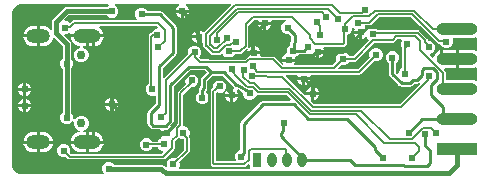
<source format=gbl>
G04*
G04 #@! TF.GenerationSoftware,Altium Limited,Altium Designer,22.1.2 (22)*
G04*
G04 Layer_Physical_Order=2*
G04 Layer_Color=16711680*
%FSLAX25Y25*%
%MOIN*%
G70*
G04*
G04 #@! TF.SameCoordinates,32997ABC-C250-4A50-851A-9512557143E5*
G04*
G04*
G04 #@! TF.FilePolarity,Positive*
G04*
G01*
G75*
%ADD13C,0.00600*%
%ADD34O,0.13780X0.04016*%
%ADD35R,0.13780X0.04016*%
%ADD64C,0.01000*%
%ADD66C,0.01500*%
%ADD67O,0.03150X0.04724*%
%ADD68R,0.03150X0.04724*%
%ADD69O,0.09055X0.04724*%
%ADD70O,0.07874X0.04724*%
%ADD71C,0.02953*%
%ADD72C,0.02400*%
%ADD73C,0.00600*%
G36*
X5000Y57934D02*
X33320D01*
X33419Y57434D01*
X33254Y57365D01*
X32765Y56876D01*
X19500D01*
X19500Y56876D01*
X18973Y56772D01*
X18527Y56473D01*
X15027Y52973D01*
X14728Y52527D01*
X14624Y52000D01*
Y49537D01*
X14124Y49367D01*
X13913Y49642D01*
X13210Y50181D01*
X12393Y50520D01*
X11515Y50635D01*
X10440D01*
Y47244D01*
Y43853D01*
X11515D01*
X12393Y43968D01*
X13210Y44307D01*
X13913Y44846D01*
X14452Y45548D01*
X14791Y46366D01*
X14822Y46604D01*
X15350Y46783D01*
X18124Y44009D01*
Y39735D01*
X17635Y39246D01*
X17300Y38438D01*
Y37562D01*
X17635Y36754D01*
X18124Y36265D01*
Y21735D01*
X17635Y21246D01*
X17300Y20438D01*
Y19562D01*
X17635Y18754D01*
X18254Y18135D01*
X19062Y17800D01*
X19938D01*
X20746Y18135D01*
X21365Y18754D01*
X21372Y18771D01*
X21834Y18642D01*
Y17657D01*
X22211Y16746D01*
X22908Y16050D01*
X23818Y15673D01*
X23854D01*
X23886Y15173D01*
X23236Y15087D01*
X22418Y14748D01*
X21715Y14209D01*
X21177Y13507D01*
X20838Y12689D01*
X20788Y12311D01*
X25779D01*
Y15203D01*
X24875D01*
X24803Y15673D01*
X25713Y16050D01*
X26410Y16746D01*
X26787Y17657D01*
Y18642D01*
X26410Y19552D01*
X25713Y20248D01*
X24803Y20626D01*
X23818D01*
X22908Y20248D01*
X22211Y19552D01*
X22162Y19433D01*
X21700Y19562D01*
Y20438D01*
X21365Y21246D01*
X20876Y21735D01*
Y36265D01*
X21365Y36754D01*
X21700Y37562D01*
Y38438D01*
X21365Y39246D01*
X20876Y39735D01*
Y44579D01*
X20877Y44579D01*
X20772Y45106D01*
X20473Y45553D01*
X18682Y47344D01*
X18889Y47844D01*
X19438D01*
X20246Y48179D01*
X20376Y48309D01*
X20692Y48181D01*
X20829Y48055D01*
X20788Y47745D01*
X26279D01*
X31769D01*
X31720Y48122D01*
X31381Y48940D01*
X30842Y49643D01*
X30269Y50082D01*
X30428Y50582D01*
X49483D01*
X49895Y50170D01*
X49688Y49670D01*
X49241D01*
X48432Y49336D01*
X47814Y48717D01*
X47643Y48305D01*
X47394Y48139D01*
X47210Y47971D01*
X47210Y47971D01*
X47043Y47787D01*
X46844Y47490D01*
X46774Y47139D01*
Y31394D01*
X46754Y31386D01*
X46135Y30767D01*
X45800Y29958D01*
Y29083D01*
X46135Y28275D01*
X46754Y27656D01*
X47562Y27321D01*
X48438D01*
X48769Y27458D01*
X49269Y27124D01*
Y26849D01*
X49264Y26842D01*
X49178Y26413D01*
X49178Y26413D01*
Y24765D01*
X46707Y22293D01*
X46464Y21929D01*
X46378Y21500D01*
X46378Y21500D01*
Y18279D01*
X46378Y18279D01*
X46464Y17850D01*
X46707Y17486D01*
X47586Y16607D01*
X47586Y16607D01*
X47949Y16364D01*
X48379Y16278D01*
X48379Y16278D01*
X50607D01*
X50941Y15778D01*
X50826Y15500D01*
X53000D01*
Y14500D01*
X50826D01*
X51135Y13754D01*
X50991Y13191D01*
X50669Y13057D01*
X50050Y12438D01*
X49874Y12014D01*
X47961D01*
X47865Y12246D01*
X47246Y12865D01*
X46438Y13200D01*
X45562D01*
X44754Y12865D01*
X44135Y12246D01*
X43800Y11438D01*
Y10562D01*
X44135Y9754D01*
X44754Y9135D01*
X45562Y8800D01*
X46438D01*
X47246Y9135D01*
X47865Y9754D01*
X48041Y10178D01*
X49953D01*
X50050Y9946D01*
X50669Y9327D01*
X51477Y8992D01*
X51541D01*
X51732Y8530D01*
X51120Y7918D01*
X20901D01*
X20590Y8298D01*
X20700Y8562D01*
Y9438D01*
X20365Y10246D01*
X19746Y10865D01*
X18938Y11200D01*
X18062D01*
X17254Y10865D01*
X16635Y10246D01*
X16300Y9438D01*
Y8562D01*
X16635Y7754D01*
X17254Y7135D01*
X18062Y6800D01*
X18938D01*
X19266Y6936D01*
X19851Y6351D01*
X20149Y6152D01*
X20500Y6082D01*
X51500D01*
X51851Y6152D01*
X52149Y6351D01*
X55149Y9351D01*
X55348Y9649D01*
X55418Y10000D01*
Y12050D01*
X56728Y13361D01*
X56954Y13135D01*
X57762Y12800D01*
X58582D01*
Y9380D01*
X55766Y6564D01*
X55438Y6700D01*
X54562D01*
X53754Y6365D01*
X53135Y5746D01*
X52800Y4938D01*
Y4062D01*
X52947Y3706D01*
X52524Y3423D01*
X51973Y3973D01*
X51527Y4272D01*
X51000Y4376D01*
X35235D01*
X34746Y4865D01*
X33938Y5200D01*
X33062D01*
X32254Y4865D01*
X31635Y4246D01*
X31300Y3438D01*
Y2562D01*
X31635Y1754D01*
X31767Y1622D01*
X31560Y1122D01*
X5000D01*
X4986Y1119D01*
X3995Y1249D01*
X3058Y1637D01*
X2254Y2254D01*
X1637Y3058D01*
X1249Y3995D01*
X1119Y4986D01*
X1122Y5000D01*
Y54055D01*
X1119Y54070D01*
X1249Y55060D01*
X1637Y55997D01*
X2254Y56801D01*
X3058Y57418D01*
X3995Y57806D01*
X4986Y57936D01*
X5000Y57934D01*
D02*
G37*
G36*
X74280Y57472D02*
X65252Y48444D01*
X65057Y48425D01*
X64647Y48834D01*
X63901Y49143D01*
Y46969D01*
Y44795D01*
X64483Y45036D01*
X64983Y44787D01*
Y44056D01*
X65017Y43889D01*
X65053Y43705D01*
X65053Y43705D01*
X65053Y43705D01*
X65128Y43592D01*
X65252Y43407D01*
X65428Y43231D01*
X65428Y43231D01*
X65428Y43231D01*
X67420Y41239D01*
X67717Y41041D01*
X68068Y40971D01*
X70218D01*
X70570Y41041D01*
X70867Y41239D01*
X71008Y41380D01*
X71499Y41283D01*
X71635Y40954D01*
X72254Y40335D01*
X73062Y40000D01*
X73938D01*
X74746Y40335D01*
X75365Y40954D01*
X75501Y41282D01*
X77349D01*
X77700Y41352D01*
X77998Y41551D01*
X79501Y43054D01*
X79925Y42771D01*
X79685Y42193D01*
X81359D01*
Y43867D01*
X80613Y43558D01*
X80320Y43264D01*
X79931Y43583D01*
X79933Y43585D01*
X80002Y43936D01*
Y50705D01*
X81980Y52682D01*
X83158D01*
X83436Y52267D01*
X83326Y52000D01*
X87674D01*
X87564Y52267D01*
X87841Y52682D01*
X92595D01*
X92638Y52200D01*
X91829Y51865D01*
X91210Y51246D01*
X90875Y50438D01*
Y49562D01*
X91210Y48754D01*
X91829Y48135D01*
X92638Y47800D01*
X93513D01*
X93638Y47852D01*
X94343Y47146D01*
Y45860D01*
X94312Y45829D01*
X94069Y45465D01*
X93984Y45036D01*
X93984Y45036D01*
Y44296D01*
X93754Y44201D01*
X93135Y43582D01*
X92800Y42774D01*
Y41898D01*
X92997Y41422D01*
X92222Y41100D01*
X91603Y40482D01*
X91294Y39735D01*
X95642D01*
X95471Y40150D01*
X96246Y40471D01*
X96865Y41090D01*
X96917Y41214D01*
X98457D01*
X98457Y41214D01*
X98886Y41300D01*
X99145Y41473D01*
X99562Y41300D01*
X100438D01*
X100933Y41505D01*
X101217Y40819D01*
X101836Y40200D01*
X102583Y39891D01*
Y42066D01*
X103083D01*
Y42566D01*
X105257D01*
X105043Y43082D01*
X105330Y43582D01*
X111500D01*
X111851Y43652D01*
X112149Y43851D01*
X112649Y44351D01*
X112848Y44649D01*
X112918Y45000D01*
Y47618D01*
X113450Y47839D01*
X114069Y48458D01*
X114404Y49266D01*
Y49885D01*
X114904Y50092D01*
X115197Y49800D01*
X115655Y49610D01*
X115383Y48953D01*
X117557D01*
Y48453D01*
X118057D01*
Y46279D01*
X118803Y46588D01*
X119057Y46841D01*
X119548Y46744D01*
X119557Y46721D01*
X120038Y46240D01*
X120127Y45622D01*
X115058Y40553D01*
X113555D01*
X113419Y40881D01*
X112800Y41500D01*
X111992Y41835D01*
X111116D01*
X110308Y41500D01*
X109689Y40881D01*
X109354Y40073D01*
Y39198D01*
X109490Y38869D01*
X108039Y37418D01*
X95415D01*
X95223Y37880D01*
X95333Y37989D01*
X95642Y38735D01*
X91294D01*
X91603Y37989D01*
X91211Y37728D01*
X88853Y40086D01*
X88555Y40285D01*
X88204Y40355D01*
X84228D01*
X83894Y40855D01*
X84034Y41193D01*
X79685D01*
X79842Y40815D01*
X79743Y40285D01*
X79445Y40086D01*
X78777Y39418D01*
X64380D01*
X63590Y40208D01*
X63969Y40587D01*
X64304Y41396D01*
Y42271D01*
X63969Y43080D01*
X63350Y43699D01*
X62542Y44034D01*
X61667D01*
X60858Y43699D01*
X60239Y43080D01*
X59904Y42271D01*
Y41396D01*
X59961Y41259D01*
X52012Y33310D01*
X51512Y33517D01*
Y36659D01*
X55793Y40940D01*
X55793Y40940D01*
X56036Y41304D01*
X56122Y41734D01*
Y50000D01*
X56122Y50000D01*
X56036Y50429D01*
X55793Y50793D01*
X55793Y50793D01*
X51293Y55293D01*
X50929Y55536D01*
X50500Y55622D01*
X50500Y55622D01*
X46417D01*
X46365Y55746D01*
X45746Y56365D01*
X44938Y56700D01*
X44062D01*
X43254Y56365D01*
X42635Y55746D01*
X42300Y54938D01*
Y54062D01*
X42635Y53254D01*
X42971Y52918D01*
X42764Y52418D01*
X21743D01*
X21392Y52348D01*
X21094Y52149D01*
X20550Y51605D01*
X20246Y51909D01*
X19438Y52244D01*
X18898D01*
X18691Y52744D01*
X20070Y54124D01*
X32765D01*
X33254Y53635D01*
X34062Y53300D01*
X34938D01*
X35746Y53635D01*
X36365Y54254D01*
X36700Y55062D01*
Y55938D01*
X36365Y56746D01*
X35746Y57365D01*
X35581Y57434D01*
X35680Y57934D01*
X56820D01*
X56919Y57434D01*
X56754Y57365D01*
X56135Y56746D01*
X55826Y56000D01*
X60174D01*
X59865Y56746D01*
X59246Y57365D01*
X59081Y57434D01*
X59180Y57934D01*
X74089D01*
X74280Y57472D01*
D02*
G37*
G36*
X142885Y44817D02*
X143183Y44618D01*
X143534Y44548D01*
X143938D01*
X144135Y44074D01*
X144754Y43455D01*
X145562Y43120D01*
X146438D01*
X147246Y43455D01*
X147865Y44074D01*
X148200Y44882D01*
Y45757D01*
X148067Y46078D01*
X148345Y46494D01*
X154488D01*
X155273Y46597D01*
X155859Y46840D01*
X156359Y46601D01*
Y42455D01*
X155859Y42215D01*
X155273Y42458D01*
X154488Y42561D01*
X150106D01*
Y39528D01*
Y36494D01*
X154488D01*
X155273Y36597D01*
X155859Y36840D01*
X156359Y36601D01*
Y32455D01*
X155859Y32215D01*
X155273Y32458D01*
X154488Y32561D01*
X145942D01*
Y34976D01*
X145872Y35327D01*
X145673Y35625D01*
X145266Y36032D01*
X145457Y36494D01*
X149106D01*
Y39528D01*
Y42561D01*
X144724D01*
X143939Y42458D01*
X143208Y42155D01*
X142579Y41673D01*
X142097Y41045D01*
X141794Y40313D01*
X141774Y40158D01*
X141300Y39998D01*
X140460Y40838D01*
X140656Y41349D01*
X141346Y41635D01*
X141965Y42254D01*
X142300Y43062D01*
Y43938D01*
X141965Y44746D01*
X141346Y45365D01*
X140538Y45700D01*
X139877D01*
Y45753D01*
X139807Y46104D01*
X139608Y46402D01*
X137061Y48949D01*
X136764Y49148D01*
X136412Y49218D01*
X123283D01*
X122669Y49832D01*
X121860Y50167D01*
X120985D01*
X120176Y49832D01*
X119922Y49578D01*
X119541Y49654D01*
X119379Y49742D01*
X118872Y50249D01*
X118935Y50573D01*
X119025Y50749D01*
X120267D01*
X120618Y50819D01*
X120916Y51018D01*
X123480Y53582D01*
X134120D01*
X142885Y44817D01*
D02*
G37*
G36*
X131108Y45682D02*
X130800Y44938D01*
Y44062D01*
X131135Y43254D01*
X131357Y43032D01*
Y36621D01*
X131028Y36485D01*
X130409Y35866D01*
X130075Y35058D01*
Y34790D01*
X129575Y34583D01*
X129122Y35036D01*
Y38083D01*
X129246Y38135D01*
X129865Y38754D01*
X130200Y39562D01*
Y40438D01*
X129865Y41246D01*
X129246Y41865D01*
X128438Y42200D01*
X127562D01*
X126754Y41865D01*
X126135Y41246D01*
X125800Y40438D01*
Y39562D01*
X126135Y38754D01*
X126754Y38135D01*
X126878Y38083D01*
Y34571D01*
X126878Y34571D01*
X126964Y34142D01*
X127207Y33778D01*
X129985Y31000D01*
X130278Y30707D01*
X130278Y30707D01*
X130642Y30464D01*
X131071Y30378D01*
X131071Y30378D01*
X133894D01*
X133894Y30378D01*
X134324Y30464D01*
X134687Y30707D01*
X135362Y31382D01*
X136360D01*
X136360Y31382D01*
X136789Y31467D01*
X137153Y31710D01*
X137504Y31356D01*
X130566Y24418D01*
X101880D01*
X100960Y25338D01*
X100968Y25374D01*
X101000Y25432D01*
Y27500D01*
X98932D01*
X98874Y27468D01*
X98838Y27460D01*
X92415Y33882D01*
X92623Y34382D01*
X96150D01*
X96484Y33882D01*
X96326Y33500D01*
X100674D01*
X100516Y33882D01*
X100850Y34382D01*
X116879D01*
X117230Y34452D01*
X117528Y34651D01*
X121773Y38897D01*
X122102Y38761D01*
X122977D01*
X123786Y39096D01*
X124404Y39714D01*
X124739Y40523D01*
Y41398D01*
X124404Y42207D01*
X123786Y42826D01*
X122977Y43161D01*
X122102D01*
X121293Y42826D01*
X120674Y42207D01*
X120339Y41398D01*
Y40523D01*
X120475Y40194D01*
X116499Y36218D01*
X110087D01*
X109896Y36680D01*
X110788Y37571D01*
X111116Y37435D01*
X111992D01*
X112800Y37770D01*
X113419Y38389D01*
X113555Y38718D01*
X115438D01*
X115789Y38787D01*
X116087Y38986D01*
X122050Y44949D01*
X128076D01*
X128427Y45019D01*
X128725Y45218D01*
X129689Y46182D01*
X130918D01*
X131108Y45682D01*
D02*
G37*
G36*
X66075Y35162D02*
X64280Y33366D01*
X64037Y33002D01*
X63951Y32573D01*
X63951Y32573D01*
Y30274D01*
X63869Y30192D01*
X63626Y29828D01*
X63541Y29399D01*
X63541Y29399D01*
Y28526D01*
X63416Y28474D01*
X62797Y27856D01*
X62462Y27047D01*
Y26172D01*
X62797Y25363D01*
X63416Y24744D01*
X64225Y24409D01*
X65100D01*
X65908Y24744D01*
X66527Y25363D01*
X66862Y26172D01*
Y27047D01*
X66527Y27856D01*
X65908Y28474D01*
X65895Y28480D01*
X65838Y28988D01*
X65866Y29016D01*
X65866Y29016D01*
X66109Y29380D01*
X66194Y29809D01*
X66194Y29809D01*
Y32108D01*
X68126Y34040D01*
X71374D01*
X75258Y30156D01*
X75321Y30114D01*
X75370Y30058D01*
X75106Y29630D01*
X75000Y29674D01*
Y28000D01*
X76674D01*
X76365Y28746D01*
X76100Y29011D01*
X76407Y29412D01*
X78209Y28378D01*
Y27703D01*
X78544Y26894D01*
X79163Y26275D01*
X79972Y25940D01*
X80847D01*
X81655Y26275D01*
X82274Y26894D01*
X82469Y27364D01*
X82932Y27649D01*
X83077Y27624D01*
X83288Y27582D01*
X92726D01*
X94225Y26083D01*
X94033Y25622D01*
X85000D01*
X85000Y25622D01*
X84571Y25536D01*
X84207Y25293D01*
X84207Y25293D01*
X77690Y18777D01*
X77447Y18413D01*
X77362Y17983D01*
X77362Y17983D01*
Y9200D01*
X77239D01*
X76430Y8865D01*
X75811Y8246D01*
X75476Y7438D01*
Y6562D01*
X75744Y5918D01*
X75494Y5418D01*
X69280D01*
Y28083D01*
X69780Y28417D01*
X70062Y28300D01*
X70938D01*
X71746Y28635D01*
X72365Y29254D01*
X72700Y30062D01*
Y30938D01*
X72365Y31746D01*
X71746Y32365D01*
X70938Y32700D01*
X70062D01*
X69254Y32365D01*
X68635Y31746D01*
X68300Y30938D01*
Y30085D01*
X68197Y29982D01*
X68158Y29956D01*
X67713Y29511D01*
X67514Y29213D01*
X67445Y28862D01*
Y4851D01*
X67514Y4500D01*
X67713Y4203D01*
X68065Y3851D01*
X68362Y3652D01*
X68714Y3582D01*
X78712D01*
X79063Y3652D01*
X79361Y3851D01*
X80014Y4505D01*
X80476Y4313D01*
Y2796D01*
X57061D01*
X56883Y3296D01*
X57200Y4062D01*
Y4938D01*
X57064Y5266D01*
X60149Y8351D01*
X60348Y8649D01*
X60418Y9000D01*
Y13330D01*
X60348Y13681D01*
X60155Y13970D01*
X60400Y14562D01*
Y15438D01*
X60065Y16246D01*
X59446Y16865D01*
X58638Y17200D01*
X58620D01*
X58218Y17675D01*
Y27705D01*
X60758Y30245D01*
X61610D01*
X62419Y30580D01*
X63038Y31198D01*
X63373Y32007D01*
Y32882D01*
X63038Y33691D01*
X62419Y34310D01*
X61610Y34645D01*
X60735D01*
X59927Y34310D01*
X59308Y33691D01*
X58973Y32882D01*
Y32007D01*
X59251Y31334D01*
X56651Y28734D01*
X56452Y28436D01*
X56382Y28085D01*
Y18056D01*
X55451Y17124D01*
X55252Y16827D01*
X55209Y16609D01*
X54866Y16446D01*
X54682Y16429D01*
X54246Y16865D01*
X54100Y16926D01*
X54002Y17416D01*
X54793Y18207D01*
X54793Y18207D01*
X55036Y18571D01*
X55122Y19000D01*
X55122Y19000D01*
Y30425D01*
X60588Y35891D01*
X65346D01*
X66075Y35162D01*
D02*
G37*
%LPC*%
G36*
X9440Y50635D02*
X8365D01*
X7488Y50520D01*
X6670Y50181D01*
X5967Y49642D01*
X5428Y48940D01*
X5090Y48122D01*
X5040Y47744D01*
X9440D01*
Y50635D01*
D02*
G37*
G36*
X31769Y46745D02*
X26779D01*
Y43853D01*
X28444D01*
X29322Y43969D01*
X30140Y44308D01*
X30842Y44847D01*
X31381Y45549D01*
X31720Y46367D01*
X31769Y46745D01*
D02*
G37*
G36*
X9440Y46744D02*
X5040D01*
X5090Y46366D01*
X5428Y45548D01*
X5967Y44846D01*
X6670Y44307D01*
X7488Y43968D01*
X8365Y43853D01*
X9440D01*
Y46744D01*
D02*
G37*
G36*
X25779Y46745D02*
X20788D01*
X20838Y46367D01*
X21176Y45549D01*
X21715Y44847D01*
X22418Y44308D01*
X23236Y43969D01*
X23900Y43881D01*
X23867Y43382D01*
X23818D01*
X22908Y43005D01*
X22211Y42308D01*
X21834Y41398D01*
Y40413D01*
X22211Y39502D01*
X22908Y38806D01*
X23818Y38429D01*
X24803D01*
X25713Y38806D01*
X26410Y39502D01*
X26787Y40413D01*
Y41398D01*
X26410Y42308D01*
X25713Y43005D01*
X24803Y43382D01*
X24871Y43853D01*
X25779D01*
Y46745D01*
D02*
G37*
G36*
X6000Y31674D02*
Y30000D01*
X7674D01*
X7365Y30746D01*
X6746Y31365D01*
X6000Y31674D01*
D02*
G37*
G36*
X5000D02*
X4254Y31365D01*
X3635Y30746D01*
X3326Y30000D01*
X5000D01*
Y31674D01*
D02*
G37*
G36*
X7674Y29000D02*
X6000D01*
Y27326D01*
X6746Y27635D01*
X7365Y28254D01*
X7674Y29000D01*
D02*
G37*
G36*
X5000D02*
X3326D01*
X3635Y28254D01*
X4254Y27635D01*
X5000Y27326D01*
Y29000D01*
D02*
G37*
G36*
X35000Y26674D02*
Y25000D01*
X36674D01*
X36365Y25746D01*
X35746Y26365D01*
X35000Y26674D01*
D02*
G37*
G36*
X34000D02*
X33254Y26365D01*
X32635Y25746D01*
X32326Y25000D01*
X34000D01*
Y26674D01*
D02*
G37*
G36*
X6000Y26174D02*
Y24500D01*
X7674D01*
X7365Y25246D01*
X6746Y25865D01*
X6000Y26174D01*
D02*
G37*
G36*
X5000D02*
X4254Y25865D01*
X3635Y25246D01*
X3326Y24500D01*
X5000D01*
Y26174D01*
D02*
G37*
G36*
X36674Y24000D02*
X35000D01*
Y22326D01*
X35746Y22635D01*
X36365Y23254D01*
X36674Y24000D01*
D02*
G37*
G36*
X34000D02*
X32326D01*
X32635Y23254D01*
X33254Y22635D01*
X34000Y22326D01*
Y24000D01*
D02*
G37*
G36*
X7674Y23500D02*
X6000D01*
Y21826D01*
X6746Y22135D01*
X7365Y22754D01*
X7674Y23500D01*
D02*
G37*
G36*
X5000D02*
X3326D01*
X3635Y22754D01*
X4254Y22135D01*
X5000Y21826D01*
Y23500D01*
D02*
G37*
G36*
X28444Y15203D02*
X26779D01*
Y12311D01*
X31770D01*
X31720Y12689D01*
X31381Y13507D01*
X30842Y14209D01*
X30140Y14748D01*
X29322Y15087D01*
X28444Y15203D01*
D02*
G37*
G36*
X11515Y15202D02*
X10440D01*
Y12311D01*
X14841D01*
X14791Y12688D01*
X14452Y13506D01*
X13913Y14209D01*
X13211Y14748D01*
X12393Y15086D01*
X11515Y15202D01*
D02*
G37*
G36*
X9440D02*
X8365D01*
X7488Y15086D01*
X6670Y14748D01*
X5968Y14209D01*
X5429Y13506D01*
X5090Y12688D01*
X5040Y12311D01*
X9440D01*
Y15202D01*
D02*
G37*
G36*
X31770Y11311D02*
X26779D01*
Y8420D01*
X28444D01*
X29322Y8536D01*
X30140Y8874D01*
X30842Y9413D01*
X31381Y10116D01*
X31720Y10934D01*
X31770Y11311D01*
D02*
G37*
G36*
X25779D02*
X20788D01*
X20838Y10934D01*
X21177Y10116D01*
X21715Y9413D01*
X22418Y8874D01*
X23236Y8536D01*
X24114Y8420D01*
X25779D01*
Y11311D01*
D02*
G37*
G36*
X14841Y11311D02*
X10440D01*
Y8420D01*
X11515D01*
X12393Y8535D01*
X13211Y8874D01*
X13913Y9413D01*
X14452Y10115D01*
X14791Y10933D01*
X14841Y11311D01*
D02*
G37*
G36*
X9440D02*
X5040D01*
X5090Y10933D01*
X5429Y10115D01*
X5968Y9413D01*
X6670Y8874D01*
X7488Y8535D01*
X8365Y8420D01*
X9440D01*
Y11311D01*
D02*
G37*
G36*
X60174Y55000D02*
X58500D01*
Y53326D01*
X59246Y53635D01*
X59865Y54254D01*
X60174Y55000D01*
D02*
G37*
G36*
X57500D02*
X55826D01*
X56135Y54254D01*
X56754Y53635D01*
X57500Y53326D01*
Y55000D01*
D02*
G37*
G36*
X87674Y51000D02*
X86000D01*
Y49326D01*
X86746Y49635D01*
X87365Y50254D01*
X87674Y51000D01*
D02*
G37*
G36*
X85000D02*
X83326D01*
X83635Y50254D01*
X84254Y49635D01*
X85000Y49326D01*
Y51000D01*
D02*
G37*
G36*
X62901Y49143D02*
X62155Y48834D01*
X61536Y48215D01*
X61227Y47469D01*
X62901D01*
Y49143D01*
D02*
G37*
G36*
X117057Y47953D02*
X115383D01*
X115692Y47207D01*
X116311Y46588D01*
X117057Y46279D01*
Y47953D01*
D02*
G37*
G36*
X62901Y46469D02*
X61227D01*
X61536Y45723D01*
X62155Y45104D01*
X62901Y44795D01*
Y46469D01*
D02*
G37*
G36*
X82359Y43867D02*
Y42193D01*
X84034D01*
X83725Y42939D01*
X83106Y43558D01*
X82359Y43867D01*
D02*
G37*
G36*
X105257Y41565D02*
X103583D01*
Y39891D01*
X104329Y40200D01*
X104948Y40819D01*
X105257Y41565D01*
D02*
G37*
G36*
X100674Y32500D02*
X99000D01*
Y30826D01*
X99746Y31135D01*
X100365Y31754D01*
X100674Y32500D01*
D02*
G37*
G36*
X98000D02*
X96326D01*
X96635Y31754D01*
X97254Y31135D01*
X98000Y30826D01*
Y32500D01*
D02*
G37*
G36*
X102000Y30174D02*
Y28500D01*
X103674D01*
X103365Y29246D01*
X102746Y29865D01*
X102000Y30174D01*
D02*
G37*
G36*
X101000D02*
X100254Y29865D01*
X99635Y29246D01*
X99326Y28500D01*
X101000D01*
Y30174D01*
D02*
G37*
G36*
X103674Y27500D02*
X102000D01*
Y25826D01*
X102746Y26135D01*
X103365Y26754D01*
X103674Y27500D01*
D02*
G37*
G36*
X74000Y29674D02*
X73254Y29365D01*
X72635Y28746D01*
X72326Y28000D01*
X74000D01*
Y29674D01*
D02*
G37*
G36*
X76674Y27000D02*
X75000D01*
Y25326D01*
X75746Y25635D01*
X76365Y26254D01*
X76674Y27000D01*
D02*
G37*
G36*
X74000D02*
X72326D01*
X72635Y26254D01*
X73254Y25635D01*
X74000Y25326D01*
Y27000D01*
D02*
G37*
%LPD*%
D13*
X49659Y47490D02*
X49679Y47471D01*
X48043Y47490D02*
X49659D01*
X47692Y29829D02*
X48000Y29521D01*
X47692Y29829D02*
Y47139D01*
X20632Y50389D02*
X21743Y51500D01*
X19344Y50389D02*
X20632D01*
X19000Y50044D02*
X19344Y50389D01*
X21743Y51500D02*
X49864D01*
X52200Y49164D01*
X49965Y43500D02*
X52200Y45735D01*
Y49164D01*
X56100Y14030D02*
Y16475D01*
X18500Y9000D02*
X20500Y7000D01*
X54500Y10000D02*
Y12430D01*
X56100Y16475D02*
X57300Y17675D01*
X20500Y7000D02*
X51500D01*
X57300Y17675D02*
Y28085D01*
X61173Y31958D02*
Y32445D01*
X54500Y12430D02*
X56100Y14030D01*
X51500Y7000D02*
X54500Y10000D01*
X57300Y28085D02*
X61173Y31958D01*
X117748Y55000D02*
X118649Y55900D01*
X119000D01*
X141535Y49528D02*
X149606D01*
X135363Y55700D02*
X141535Y49528D01*
X132274Y43287D02*
X133000Y44013D01*
Y44500D01*
X132274Y34620D02*
Y43287D01*
X143534Y45466D02*
X145854D01*
X146000Y45320D01*
X140100Y43500D02*
Y43987D01*
X138959Y45128D02*
Y45753D01*
Y45128D02*
X140100Y43987D01*
X137300Y42700D02*
Y45515D01*
Y42700D02*
X145024Y34976D01*
Y31105D02*
Y34976D01*
X120216Y53800D02*
X120382Y53951D01*
X110500Y55000D02*
X117748D01*
X120382Y53951D02*
X122352Y55700D01*
X106700Y56300D02*
X109991Y53009D01*
X114800Y53800D02*
X119984D01*
X109991Y52963D02*
Y53009D01*
X108000Y57500D02*
X110500Y55000D01*
X119984Y53800D02*
X120216Y53800D01*
X112135Y51135D02*
X114800Y53800D01*
X75606Y57500D02*
X108000D01*
X76103Y56300D02*
X106700D01*
X112000Y49500D02*
X112204Y49704D01*
X112000Y45000D02*
Y49500D01*
X103000Y51513D02*
Y52000D01*
X104462Y55100D02*
X106041Y53521D01*
X76600Y55100D02*
X104462D01*
X103000Y51513D02*
X103992Y50520D01*
Y47548D02*
Y50520D01*
X118772Y51667D02*
X120267D01*
X134500Y54500D02*
X143534Y45466D01*
X122352Y55700D02*
X135363D01*
X120267Y51667D02*
X123100Y54500D01*
X134500D01*
X112135Y49635D02*
Y51135D01*
X64000Y38500D02*
X79157D01*
X62104Y41834D02*
X62270Y41668D01*
Y40230D02*
Y41668D01*
Y40230D02*
X64000Y38500D01*
X91391Y33609D02*
X101500Y23500D01*
X81201Y33818D02*
X91391Y33609D01*
X78156Y33854D02*
X78334Y33675D01*
X80817Y31481D02*
X82045Y31440D01*
X78156Y33854D02*
Y35656D01*
X80585Y31489D02*
X80817Y31481D01*
X78334Y33675D02*
X80585Y31489D01*
X77354Y32509D02*
X79214Y30709D01*
X79926Y30300D01*
X81548Y30240D01*
X82635Y35724D02*
X83060Y35300D01*
X116879D01*
X81649Y36796D02*
X82635Y35809D01*
X78156Y35656D02*
X78500Y36000D01*
X82635Y35724D02*
Y35809D01*
X81649Y36796D02*
Y37283D01*
X74500Y35612D02*
Y36400D01*
X76300Y33563D02*
X77354Y32509D01*
X74500Y35612D02*
X76300Y33563D01*
X59500Y9000D02*
Y13330D01*
X58200Y14630D02*
X59500Y13330D01*
X58200Y14630D02*
Y15000D01*
X46096Y11096D02*
X51819D01*
X51915Y11192D01*
X46000Y11000D02*
X46096Y11096D01*
X136412Y48300D02*
X138959Y45753D01*
X121756Y48300D02*
X136412D01*
X118770Y51665D02*
X118772Y51667D01*
X128076Y45867D02*
X129309Y47100D01*
X135715D01*
X121422Y47967D02*
X121756Y48300D01*
X135715Y47100D02*
X137300Y45515D01*
X121670Y45867D02*
X128076D01*
X116443Y51665D02*
X118770D01*
X115438Y39635D02*
X121670Y45867D01*
X111500Y44500D02*
X112000Y45000D01*
X88204Y39437D02*
X91141Y36500D01*
X108419D01*
X116879Y35300D02*
X122539Y40961D01*
X108419Y36500D02*
X111554Y39635D01*
X102323Y44500D02*
X111500D01*
X100400Y46423D02*
Y47600D01*
Y46423D02*
X102323Y44500D01*
X51035Y20071D02*
Y20196D01*
X52500Y21661D02*
Y32500D01*
X51035Y20196D02*
X52500Y21661D01*
Y32500D02*
X61834Y41834D01*
X68362Y28862D02*
X68807Y29307D01*
X70013Y30500D02*
X70500D01*
X68807Y29307D02*
X68820D01*
X70013Y30500D01*
X68362Y4851D02*
Y28862D01*
X68714Y4500D02*
X78712D01*
X68362Y4851D02*
X68714Y4500D01*
X139979Y32533D02*
Y33671D01*
X101500Y23500D02*
X130946D01*
X139979Y33671D02*
X140295Y33987D01*
X130946Y23500D02*
X139979Y32533D01*
X100506Y21100D02*
X115900D01*
X93106Y28500D02*
X100506Y21100D01*
X93603Y29700D02*
X101003Y22300D01*
X117700D02*
X127100Y12900D01*
X115900Y21100D02*
X125300Y11700D01*
X101003Y22300D02*
X117700D01*
X83785Y29700D02*
X93603D01*
X83288Y28500D02*
X93106D01*
X134500Y6500D02*
X137000Y9000D01*
Y10125D01*
X135425Y11700D02*
X137000Y10125D01*
X81548Y30240D02*
X83288Y28500D01*
X82045Y31440D02*
X83785Y29700D01*
X79085Y51085D02*
X81600Y53600D01*
X94400D02*
X100400Y47600D01*
X81600Y53600D02*
X94400D01*
X79085Y43936D02*
Y51085D01*
X127100Y12900D02*
X134430D01*
X138130Y16600D01*
X140900D01*
X142500Y15000D01*
X111554Y39635D02*
X115438D01*
X55000Y4500D02*
X59500Y9000D01*
X69721Y43088D02*
X72803Y46170D01*
Y46470D01*
X74537Y44967D02*
X75656D01*
X76000Y45311D01*
X73870Y44300D02*
X74537Y44967D01*
X70218Y41888D02*
X72630Y44300D01*
X69663Y48163D02*
X76600Y55100D01*
X68068Y41888D02*
X70218D01*
X69663Y46000D02*
Y48163D01*
X69426Y45763D02*
X69663Y46000D01*
X72630Y44300D02*
X73870D01*
X73500Y42200D02*
X77349D01*
X68566Y43088D02*
X69721D01*
X77349Y42200D02*
X79085Y43936D01*
X80094Y39437D02*
X88204D01*
X79157Y38500D02*
X80094Y39437D01*
X125300Y11700D02*
X135425D01*
X145024Y31105D02*
X146602Y29528D01*
X149606D01*
X65901Y47795D02*
X75606Y57500D01*
X67101Y47298D02*
X76103Y56300D01*
X67101Y45190D02*
Y47298D01*
X65901Y44056D02*
Y47795D01*
X67101Y45190D02*
X67140Y45152D01*
X67277Y44377D01*
X66077Y43880D02*
X68068Y41888D01*
X65901Y44056D02*
X66077Y43880D01*
X67277Y44377D02*
X67577Y44077D01*
X61834Y41834D02*
X62104D01*
X67577Y44077D02*
Y44077D01*
Y44077D02*
X68566Y43088D01*
X47692Y47139D02*
X47867Y47314D01*
X47867Y47314D02*
X48043Y47490D01*
X80938Y9568D02*
X92288D01*
X92640Y6317D02*
Y9216D01*
X92288Y9568D02*
X92640Y9216D01*
X80176Y5965D02*
Y8806D01*
X78712Y4500D02*
X80176Y5965D01*
Y8806D02*
X80938Y9568D01*
X92640Y6317D02*
X93051Y5906D01*
D34*
X149606Y39528D02*
D03*
Y19528D02*
D03*
Y29528D02*
D03*
Y49528D02*
D03*
D35*
Y9528D02*
D03*
D64*
X144134Y41621D02*
X144147Y41608D01*
X145540Y39528D02*
X149606D01*
X144147Y40921D02*
Y41608D01*
X144134Y41621D02*
Y42866D01*
X136733Y50267D02*
X144134Y42866D01*
X119858Y50267D02*
X136733D01*
X144147Y40921D02*
X145540Y39528D01*
X113912Y5906D02*
X115617Y4200D01*
X122252Y9248D02*
Y10248D01*
X115617Y4200D02*
X131800D01*
X132000Y4000D01*
X122252Y9248D02*
X125000Y6500D01*
X112800Y19700D02*
X122252Y10248D01*
X128000Y34571D02*
X130779Y31793D01*
X128000Y34571D02*
Y40000D01*
X76051Y30949D02*
X76261Y30788D01*
X80409Y28140D02*
Y28409D01*
X76261Y30788D02*
X80409Y28409D01*
X71838Y35162D02*
X76051Y30949D01*
X67661Y35162D02*
X71838D01*
X50532Y14732D02*
X52732D01*
X53000Y15355D02*
X55900Y18255D01*
X45000Y14000D02*
X49800D01*
X52732Y14732D02*
X53000Y15000D01*
X49800Y14000D02*
X50532Y14732D01*
X53000Y15000D02*
Y15355D01*
X55900Y18255D02*
Y30527D01*
X48379Y17400D02*
X52400D01*
X54000Y19000D02*
Y30890D01*
X52400Y17400D02*
X54000Y19000D01*
X55900Y30527D02*
X60118Y34745D01*
X118602Y49118D02*
X118710D01*
X117936Y48453D02*
X118602Y49118D01*
X117557Y48453D02*
X117936D01*
X118710Y49118D02*
X119858Y50267D01*
X102566Y42066D02*
X111170D01*
X117557Y48453D01*
X99735Y39235D02*
X102566Y42066D01*
X93468Y39235D02*
X99735D01*
X101400Y28100D02*
Y30100D01*
X98500Y33000D02*
X101400Y30100D01*
Y28100D02*
X101500Y28000D01*
X95164Y42336D02*
X98457D01*
X95000Y42500D02*
X95164Y42336D01*
X98457D02*
X99621Y43500D01*
X95105Y45036D02*
X95465Y45395D01*
X95000Y42336D02*
X95105Y42441D01*
Y45036D01*
X99621Y43500D02*
X100000D01*
X95465Y45395D02*
Y47611D01*
X93075Y50000D02*
X95465Y47611D01*
X91732Y18032D02*
X92000Y18300D01*
X91732Y15532D02*
Y18032D01*
X91000Y13744D02*
Y14800D01*
X91732Y15532D01*
X99926Y19700D02*
X112800D01*
X85000Y24500D02*
X95126D01*
X99926Y19700D01*
X78483Y17983D02*
X85000Y24500D01*
X78483Y8186D02*
Y17983D01*
X54000Y30890D02*
X60123Y37013D01*
X60118Y34745D02*
X62125D01*
X63473Y33397D01*
Y30776D02*
Y33397D01*
X61500Y28803D02*
X63473Y30776D01*
X66962Y24962D02*
Y30962D01*
X63000Y24000D02*
X66000D01*
X66962Y24962D01*
X64662Y29399D02*
X65073Y29809D01*
X64662Y26609D02*
Y29399D01*
X65073Y29809D02*
Y32573D01*
X72818Y29561D02*
Y31435D01*
X71453Y32800D02*
X72818Y31435D01*
Y29561D02*
X74500Y27879D01*
Y27500D02*
Y27879D01*
X66962Y30962D02*
X68800Y32800D01*
X71453D01*
X61500Y25500D02*
X63000Y24000D01*
X65073Y32573D02*
X67661Y35162D01*
X61500Y25500D02*
Y28803D01*
X60123Y37013D02*
X65810D01*
X66323Y36500D01*
X67661Y35162D01*
X132000Y4000D02*
X139500D01*
X140500Y5000D01*
Y9196D01*
X81167Y47167D02*
X85500Y51500D01*
X81167Y42356D02*
Y47167D01*
X139000Y10696D02*
Y14500D01*
Y10696D02*
X140500Y9196D01*
X98051Y5906D02*
X113912D01*
X138586Y36552D02*
X141448D01*
X138000Y34143D02*
Y35966D01*
X138586Y36552D01*
X136360Y32503D02*
X138000Y34143D01*
X134898Y32503D02*
X136360D01*
X142752Y32752D02*
Y35249D01*
X141000Y27588D02*
Y31000D01*
X142752Y32752D01*
X133894Y31500D02*
X134898Y32503D01*
X131071Y31500D02*
X133894D01*
X130779Y31793D02*
X131071Y31500D01*
X138028Y19528D02*
X146602D01*
X145024Y21105D02*
Y23564D01*
X141000Y27588D02*
X145024Y23564D01*
X146602Y19528D02*
X149606D01*
X145024Y21105D02*
X146602Y19528D01*
X141448Y36552D02*
X142752Y35249D01*
X44500Y54500D02*
X50500D01*
X55000Y41734D02*
Y50000D01*
X50500Y54500D02*
X55000Y50000D01*
X50390Y37124D02*
X55000Y41734D01*
X50390Y26503D02*
Y37124D01*
X47500Y18279D02*
Y21500D01*
Y18279D02*
X48379Y17400D01*
X47500Y21500D02*
X50300Y24300D01*
X34500Y24500D02*
X45000Y14000D01*
X50300Y26413D02*
X50390Y26503D01*
X50300Y24300D02*
Y26413D01*
X81278Y42356D02*
X81859Y41774D01*
Y41693D02*
Y41774D01*
X81167Y42356D02*
X81278D01*
X133500Y15000D02*
X138028Y19528D01*
X63283Y47088D02*
Y48146D01*
Y47088D02*
X63401Y46969D01*
X64005Y43972D02*
X65016Y42961D01*
X61598Y49830D02*
X63283Y48146D01*
X64005Y43972D02*
Y45684D01*
X63818Y45870D02*
Y46783D01*
Y45870D02*
X64005Y45684D01*
X65016Y41984D02*
Y42961D01*
X61598Y49830D02*
Y51902D01*
X65016Y41984D02*
X67100Y39900D01*
X78577D01*
X80944Y42267D01*
X81079D01*
X58000Y55500D02*
X61598Y51902D01*
X98051Y5906D02*
Y6693D01*
X91000Y13744D02*
X98051Y6693D01*
X77676Y7379D02*
X78483Y8186D01*
X77676Y7000D02*
Y7379D01*
X34500Y24500D02*
Y37000D01*
Y22000D02*
Y24500D01*
X81079Y42267D02*
X81167Y42356D01*
X26279Y11811D02*
X26910D01*
X28169Y13070D02*
Y15669D01*
X26910Y11811D02*
X28169Y13070D01*
Y15669D02*
X34500Y22000D01*
X26279Y47244D02*
X26883D01*
X28141Y43359D02*
Y45986D01*
X26883Y47244D02*
X28141Y45986D01*
Y43359D02*
X34500Y37000D01*
D66*
X51000Y3000D02*
X52580Y1420D01*
X146920D02*
X149606Y4106D01*
X52580Y1420D02*
X146920D01*
X33500Y3000D02*
X51000D01*
X16000Y48079D02*
Y52000D01*
X19500Y55500D01*
X16000Y48079D02*
X19500Y44579D01*
Y55500D02*
X34500D01*
X19500Y38000D02*
Y44579D01*
Y20000D02*
Y38000D01*
X149606Y4106D02*
Y9528D01*
D67*
X98051Y5906D02*
D03*
X93051D02*
D03*
X88051D02*
D03*
D68*
X83051D02*
D03*
D69*
X26279Y47245D02*
D03*
X26279Y11811D02*
D03*
D70*
X9940Y11811D02*
D03*
X9940Y47244D02*
D03*
D71*
X24310Y18149D02*
D03*
Y40905D02*
D03*
D72*
X49679Y47471D02*
D03*
X48000Y29521D02*
D03*
X19000Y50044D02*
D03*
X49965Y43500D02*
D03*
X119000Y55900D02*
D03*
X133000Y44500D02*
D03*
X146000Y45320D02*
D03*
X140100Y43500D02*
D03*
X109991Y52963D02*
D03*
X112204Y49704D02*
D03*
X103000Y52000D02*
D03*
X106041Y53521D02*
D03*
X103992Y47548D02*
D03*
X125000Y6500D02*
D03*
X5500Y29500D02*
D03*
Y24000D02*
D03*
X128000Y40000D02*
D03*
X81201Y33818D02*
D03*
X78500Y36000D02*
D03*
X81649Y37283D02*
D03*
X74500Y36400D02*
D03*
X103083Y42066D02*
D03*
X53000Y15000D02*
D03*
X58200D02*
D03*
X51915Y11192D02*
D03*
X46000Y11000D02*
D03*
X121422Y47967D02*
D03*
X116443Y51665D02*
D03*
X117557Y48453D02*
D03*
X93468Y39235D02*
D03*
X98500Y33000D02*
D03*
X101500Y28000D02*
D03*
X95000Y42336D02*
D03*
X100000Y43500D02*
D03*
X92000Y18300D02*
D03*
X61173Y32445D02*
D03*
X64662Y26609D02*
D03*
X70500Y30500D02*
D03*
X74500Y27500D02*
D03*
X51035Y20071D02*
D03*
X134500Y6500D02*
D03*
X93075Y50000D02*
D03*
X85500Y51500D02*
D03*
X139000Y14500D02*
D03*
X142500Y15000D02*
D03*
X140295Y33987D02*
D03*
X132274Y34620D02*
D03*
X55000Y4500D02*
D03*
X72803Y46470D02*
D03*
X76000Y45311D02*
D03*
X81859Y41693D02*
D03*
X73500Y42200D02*
D03*
X69426Y45763D02*
D03*
X80409Y28140D02*
D03*
X133500Y15000D02*
D03*
X63401Y46969D02*
D03*
X62104Y41834D02*
D03*
X34500Y55500D02*
D03*
X19500Y38000D02*
D03*
Y20000D02*
D03*
X58000Y55500D02*
D03*
X77676Y7000D02*
D03*
X111554Y39635D02*
D03*
X122539Y40961D02*
D03*
X44500Y54500D02*
D03*
X33500Y3000D02*
D03*
X18500Y9000D02*
D03*
X34500Y24500D02*
D03*
D73*
X47867Y47314D02*
D03*
M02*

</source>
